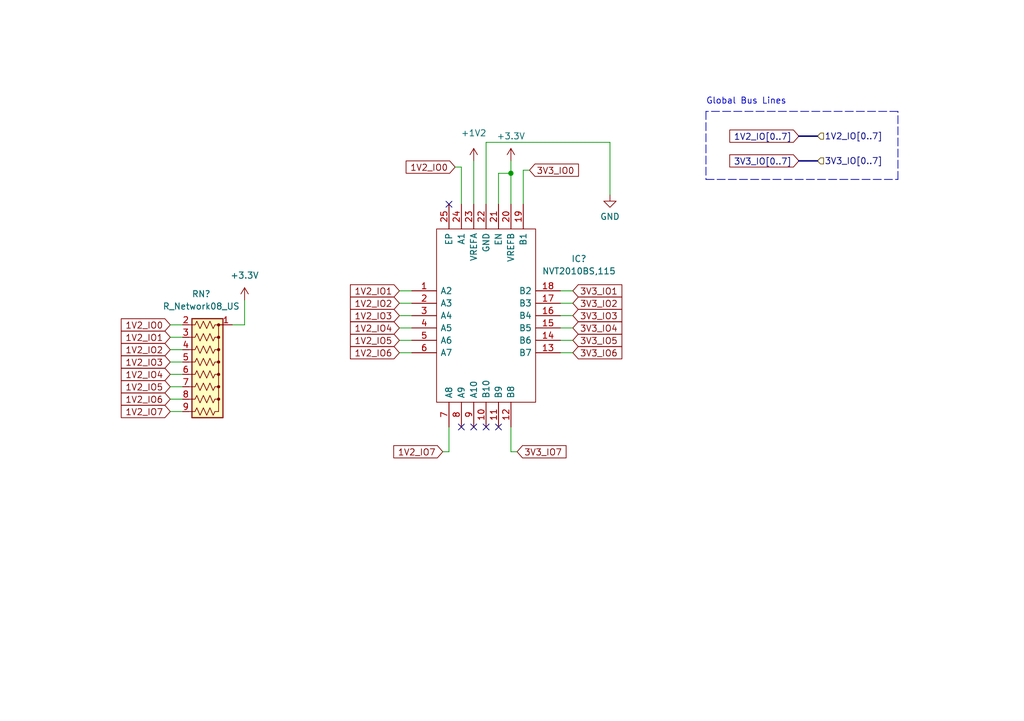
<source format=kicad_sch>
(kicad_sch (version 20211123) (generator eeschema)
  (paper "A5")
  (lib_symbols
    (symbol "Device:R_Network08_US" (pin_names (offset 0) hide)
      (property "Reference" "RN" (at -12.7 0 90))
      (property "Value" "R_Network08_US" (at 10.16 0 90))
      (symbol "R_Network08_US_0_1"
        (rectangle (start -11.43 -3.175) (end 8.89 3.175) (stroke (width 0.254)) (fill (type background)))
        (circle (center -10.16 2.286) (radius 0.254) (fill (type outline)))
        (circle (center -7.62 2.286) (radius 0.254) (fill (type outline)))
        (circle (center -5.08 2.286) (radius 0.254) (fill (type outline)))
        (circle (center -2.54 2.286) (radius 0.254) (fill (type outline)))
        (polyline (pts (xy -10.16 2.286) (xy 7.62 2.286)))
        (polyline (pts (xy -10.16 2.286) (xy -10.16 1.524) (xy -9.398 1.1684) (xy -10.922 0.508) (xy -9.398 -0.1524) (xy -10.922 -0.8382) (xy -9.398 -1.524) (xy -10.922 -2.1844) (xy -10.16 -2.54) (xy -10.16 -3.81)))
        (polyline (pts (xy -7.62 2.286) (xy -7.62 1.524) (xy -6.858 1.1684) (xy -8.382 0.508) (xy -6.858 -0.1524) (xy -8.382 -0.8382) (xy -6.858 -1.524) (xy -8.382 -2.1844) (xy -7.62 -2.54) (xy -7.62 -3.81)))
        (polyline (pts (xy -5.08 2.286) (xy -5.08 1.524) (xy -4.318 1.1684) (xy -5.842 0.508) (xy -4.318 -0.1524) (xy -5.842 -0.8382) (xy -4.318 -1.524) (xy -5.842 -2.1844) (xy -5.08 -2.54) (xy -5.08 -3.81)))
        (polyline (pts (xy -2.54 2.286) (xy -2.54 1.524) (xy -1.778 1.1684) (xy -3.302 0.508) (xy -1.778 -0.1524) (xy -3.302 -0.8382) (xy -1.778 -1.524) (xy -3.302 -2.1844) (xy -2.54 -2.54) (xy -2.54 -3.81)))
        (polyline (pts (xy 0 2.286) (xy 0 1.524) (xy 0.762 1.1684) (xy -0.762 0.508) (xy 0.762 -0.1524) (xy -0.762 -0.8382) (xy 0.762 -1.524) (xy -0.762 -2.1844) (xy 0 -2.54) (xy 0 -3.81)))
        (polyline (pts (xy 2.54 2.286) (xy 2.54 1.524) (xy 3.302 1.1684) (xy 1.778 0.508) (xy 3.302 -0.1524) (xy 1.778 -0.8382) (xy 3.302 -1.524) (xy 1.778 -2.1844) (xy 2.54 -2.54) (xy 2.54 -3.81)))
        (polyline (pts (xy 5.08 2.286) (xy 5.08 1.524) (xy 5.842 1.1684) (xy 4.318 0.508) (xy 5.842 -0.1524) (xy 4.318 -0.8382) (xy 5.842 -1.524) (xy 4.318 -2.1844) (xy 5.08 -2.54) (xy 5.08 -3.81)))
        (polyline (pts (xy 7.62 2.286) (xy 7.62 1.524) (xy 8.382 1.1684) (xy 6.858 0.508) (xy 8.382 -0.1524) (xy 6.858 -0.8382) (xy 8.382 -1.524) (xy 6.858 -2.1844) (xy 7.62 -2.54) (xy 7.62 -3.81)))
        (circle (center 0 2.286) (radius 0.254) (fill (type outline)))
        (circle (center 2.54 2.286) (radius 0.254) (fill (type outline)))
        (circle (center 5.08 2.286) (radius 0.254) (fill (type outline)))
      )
      (symbol "R_Network08_US_1_1"
        (pin passive line (at -10.16 5.08 270) (length 2.54) (name "common") (number "1"))
        (pin passive line (at -10.16 -5.08 90) (length 1.27) (name "R1") (number "2"))
        (pin passive line (at -7.62 -5.08 90) (length 1.27) (name "R2") (number "3"))
        (pin passive line (at -5.08 -5.08 90) (length 1.27) (name "R3") (number "4"))
        (pin passive line (at -2.54 -5.08 90) (length 1.27) (name "R4") (number "5"))
        (pin passive line (at 0 -5.08 90) (length 1.27) (name "R5") (number "6"))
        (pin passive line (at 2.54 -5.08 90) (length 1.27) (name "R6") (number "7"))
        (pin passive line (at 5.08 -5.08 90) (length 1.27) (name "R7") (number "8"))
        (pin passive line (at 7.62 -5.08 90) (length 1.27) (name "R8") (number "9"))
      )
    )
    (symbol "Logic_LevelTranslator:NVT2010BS,115" (pin_names (offset 0.762))
      (property "Reference" "IC" (at 26.67 17.78 0))
      (property "Value" "NVT2010BS,115" (at 26.67 15.24 0))
      (symbol "NVT2010BS,115_0_0"
        (pin passive line (at 0 0 0) (length 5.08) (name "A2") (number "1"))
        (pin passive line (at 15.24 -27.94 90) (length 5.08) (name "B10") (number "10"))
        (pin passive line (at 17.78 -27.94 90) (length 5.08) (name "B9") (number "11"))
        (pin passive line (at 20.32 -27.94 90) (length 5.08) (name "B8") (number "12"))
        (pin passive line (at 30.48 -12.7 180) (length 5.08) (name "B7") (number "13"))
        (pin passive line (at 30.48 -10.16 180) (length 5.08) (name "B6") (number "14"))
        (pin passive line (at 30.48 -7.62 180) (length 5.08) (name "B5") (number "15"))
        (pin passive line (at 30.48 -5.08 180) (length 5.08) (name "B4") (number "16"))
        (pin passive line (at 30.48 -2.54 180) (length 5.08) (name "B3") (number "17"))
        (pin passive line (at 30.48 0 180) (length 5.08) (name "B2") (number "18"))
        (pin passive line (at 22.86 17.78 270) (length 5.08) (name "B1") (number "19"))
        (pin passive line (at 0 -2.54 0) (length 5.08) (name "A3") (number "2"))
        (pin passive line (at 20.32 17.78 270) (length 5.08) (name "VREFB") (number "20"))
        (pin passive line (at 17.78 17.78 270) (length 5.08) (name "EN") (number "21"))
        (pin passive line (at 15.24 17.78 270) (length 5.08) (name "GND") (number "22"))
        (pin passive line (at 12.7 17.78 270) (length 5.08) (name "VREFA") (number "23"))
        (pin passive line (at 10.16 17.78 270) (length 5.08) (name "A1") (number "24"))
        (pin passive line (at 7.62 17.78 270) (length 5.08) (name "EP") (number "25"))
        (pin passive line (at 0 -5.08 0) (length 5.08) (name "A4") (number "3"))
        (pin passive line (at 0 -7.62 0) (length 5.08) (name "A5") (number "4"))
        (pin passive line (at 0 -10.16 0) (length 5.08) (name "A6") (number "5"))
        (pin passive line (at 0 -12.7 0) (length 5.08) (name "A7") (number "6"))
        (pin passive line (at 7.62 -27.94 90) (length 5.08) (name "A8") (number "7"))
        (pin passive line (at 10.16 -27.94 90) (length 5.08) (name "A9") (number "8"))
        (pin passive line (at 12.7 -27.94 90) (length 5.08) (name "A10") (number "9"))
      )
      (symbol "NVT2010BS,115_0_1"
        (polyline (pts (xy 5.08 12.7) (xy 25.4 12.7) (xy 25.4 -22.86) (xy 5.08 -22.86) (xy 5.08 12.7)) (stroke (width 0.1524)))
      )
    )
    (symbol "power:+1V2" (power) (pin_names (offset 0))
      (property "Value" "+1V2" (at 0 3.556 0))
      (symbol "+1V2_0_1"
        (polyline (pts (xy -0.762 1.27) (xy 0 2.54)))
        (polyline (pts (xy 0 0) (xy 0 2.54)))
        (polyline (pts (xy 0 2.54) (xy 0.762 1.27)))
      )
      (symbol "+1V2_1_1"
        (pin power_in line (at 0 0 90) (length 0) hide (name "+1V2") (number "1"))
      )
    )
    (symbol "power:+3.3V" (power) (pin_names (offset 0))
      (property "Value" "+3.3V" (at 0 3.556 0))
      (symbol "+3.3V_0_1"
        (polyline (pts (xy -0.762 1.27) (xy 0 2.54)))
        (polyline (pts (xy 0 0) (xy 0 2.54)))
        (polyline (pts (xy 0 2.54) (xy 0.762 1.27)))
      )
      (symbol "+3.3V_1_1"
        (pin power_in line (at 0 0 90) (length 0) hide (name "+3.3V") (number "1"))
      )
    )
    (symbol "power:GND" (power) (pin_names (offset 0))
      (property "Value" "GND" (at 0 -3.81 0))
      (symbol "GND_0_1"
        (polyline (pts (xy 0 0) (xy 0 -1.27) (xy 1.27 -1.27) (xy 0 -2.54) (xy -1.27 -1.27) (xy 0 -1.27)))
      )
      (symbol "GND_1_1"
        (pin power_in line (at 0 0 270) (length 0) hide (name "GND") (number "1"))
      )
    )
  )
  (junction (at 104.775 35.56))
  (no_connect (at 102.235 87.63))
  (no_connect (at 94.615 87.63))
  (no_connect (at 97.155 87.63))
  (no_connect (at 99.695 87.63))
  (no_connect (at 92.075 41.91))
  (wire (pts (xy 106.045 92.71) (xy 104.775 92.71)))
  (wire (pts (xy 81.915 62.23) (xy 84.455 62.23)))
  (wire (pts (xy 34.925 79.375) (xy 37.465 79.375)))
  (wire (pts (xy 81.915 69.85) (xy 84.455 69.85)))
  (polyline (pts (xy 144.78 36.83) (xy 184.15 36.83)))
  (wire (pts (xy 114.935 62.23) (xy 117.475 62.23)))
  (wire (pts (xy 34.925 84.455) (xy 37.465 84.455)))
  (wire (pts (xy 34.925 71.755) (xy 37.465 71.755)))
  (wire (pts (xy 104.775 92.71) (xy 104.775 87.63)))
  (bus (pts (xy 163.83 33.02) (xy 167.64 33.02)))
  (wire (pts (xy 50.165 61.595) (xy 50.165 66.675)))
  (bus (pts (xy 163.83 27.94) (xy 167.64 27.94)))
  (wire (pts (xy 81.915 64.77) (xy 84.455 64.77)))
  (wire (pts (xy 114.935 59.69) (xy 117.475 59.69)))
  (wire (pts (xy 81.915 67.31) (xy 84.455 67.31)))
  (wire (pts (xy 81.915 72.39) (xy 84.455 72.39)))
  (wire (pts (xy 107.315 41.91) (xy 107.315 34.925)))
  (wire (pts (xy 34.925 69.215) (xy 37.465 69.215)))
  (wire (pts (xy 34.925 81.915) (xy 37.465 81.915)))
  (wire (pts (xy 114.935 72.39) (xy 117.475 72.39)))
  (wire (pts (xy 34.925 66.675) (xy 37.465 66.675)))
  (wire (pts (xy 102.235 35.56) (xy 104.775 35.56)))
  (wire (pts (xy 81.915 59.69) (xy 84.455 59.69)))
  (wire (pts (xy 93.345 34.29) (xy 94.615 34.29)))
  (wire (pts (xy 104.775 35.56) (xy 104.775 33.02)))
  (polyline (pts (xy 184.15 36.83) (xy 184.15 22.86)))
  (wire (pts (xy 94.615 34.29) (xy 94.615 41.91)))
  (wire (pts (xy 114.935 67.31) (xy 117.475 67.31)))
  (wire (pts (xy 125.095 29.21) (xy 125.095 40.005)))
  (wire (pts (xy 99.695 41.91) (xy 99.695 29.21)))
  (wire (pts (xy 99.695 29.21) (xy 125.095 29.21)))
  (wire (pts (xy 90.805 92.71) (xy 92.075 92.71)))
  (polyline (pts (xy 144.78 22.86) (xy 144.78 36.83)))
  (wire (pts (xy 34.925 76.835) (xy 37.465 76.835)))
  (wire (pts (xy 102.235 41.91) (xy 102.235 35.56)))
  (wire (pts (xy 34.925 74.295) (xy 37.465 74.295)))
  (polyline (pts (xy 184.15 22.86) (xy 144.78 22.86)))
  (wire (pts (xy 92.075 92.71) (xy 92.075 87.63)))
  (wire (pts (xy 114.935 64.77) (xy 117.475 64.77)))
  (wire (pts (xy 107.315 34.925) (xy 108.585 34.925)))
  (wire (pts (xy 114.935 69.85) (xy 117.475 69.85)))
  (wire (pts (xy 47.625 66.675) (xy 50.165 66.675)))
  (wire (pts (xy 97.155 33.02) (xy 97.155 41.91)))
  (wire (pts (xy 104.775 35.56) (xy 104.775 41.91)))
  (text "Global Bus Lines" (at 144.78 21.59 0) (effects (font (size 1.27 1.27)) (justify left bottom)))
  (global_label "1V2_IO0" (shape input) (at 34.925 66.675 180) (property "Intersheet References" "${INTERSHEET_REFS}" (effects hide)))
  (global_label "3V3_IO1" (shape input) (at 117.475 59.69 0) (property "Intersheet References" "${INTERSHEET_REFS}" (effects hide)))
  (global_label "1V2_IO7" (shape input) (at 90.805 92.71 180) (property "Intersheet References" "${INTERSHEET_REFS}" (effects hide)))
  (global_label "3V3_IO3" (shape input) (at 117.475 64.77 0) (property "Intersheet References" "${INTERSHEET_REFS}" (effects hide)))
  (global_label "1V2_IO1" (shape input) (at 34.925 69.215 180) (property "Intersheet References" "${INTERSHEET_REFS}" (effects hide)))
  (global_label "1V2_IO3" (shape input) (at 34.925 74.295 180) (property "Intersheet References" "${INTERSHEET_REFS}" (effects hide)))
  (global_label "1V2_IO2" (shape input) (at 34.925 71.755 180) (property "Intersheet References" "${INTERSHEET_REFS}" (effects hide)))
  (global_label "1V2_IO6" (shape input) (at 81.915 72.39 180) (property "Intersheet References" "${INTERSHEET_REFS}" (effects hide)))
  (global_label "3V3_IO0" (shape input) (at 108.585 34.925 0) (property "Intersheet References" "${INTERSHEET_REFS}" (effects hide)))
  (global_label "1V2_IO0" (shape input) (at 93.345 34.29 180) (property "Intersheet References" "${INTERSHEET_REFS}" (effects hide)))
  (global_label "1V2_IO1" (shape input) (at 81.915 59.69 180) (property "Intersheet References" "${INTERSHEET_REFS}" (effects hide)))
  (global_label "1V2_IO3" (shape input) (at 81.915 64.77 180) (property "Intersheet References" "${INTERSHEET_REFS}" (effects hide)))
  (global_label "1V2_IO7" (shape input) (at 34.925 84.455 180) (property "Intersheet References" "${INTERSHEET_REFS}" (effects hide)))
  (global_label "3V3_IO2" (shape input) (at 117.475 62.23 0) (property "Intersheet References" "${INTERSHEET_REFS}" (effects hide)))
  (global_label "1V2_IO5" (shape input) (at 81.915 69.85 180) (property "Intersheet References" "${INTERSHEET_REFS}" (effects hide)))
  (global_label "3V3_IO4" (shape input) (at 117.475 67.31 0) (property "Intersheet References" "${INTERSHEET_REFS}" (effects hide)))
  (global_label "1V2_IO2" (shape input) (at 81.915 62.23 180) (property "Intersheet References" "${INTERSHEET_REFS}" (effects hide)))
  (global_label "3V3_IO[0..7]" (shape input) (at 163.83 33.02 180) (property "Sayfalar Arası Referanslar" "${INTERSHEET_REFS}" (effects hide)))
  (global_label "1V2_IO4" (shape input) (at 81.915 67.31 180) (property "Intersheet References" "${INTERSHEET_REFS}" (effects hide)))
  (global_label "1V2_IO5" (shape input) (at 34.925 79.375 180) (property "Intersheet References" "${INTERSHEET_REFS}" (effects hide)))
  (global_label "3V3_IO6" (shape input) (at 117.475 72.39 0) (property "Intersheet References" "${INTERSHEET_REFS}" (effects hide)))
  (global_label "3V3_IO5" (shape input) (at 117.475 69.85 0) (property "Intersheet References" "${INTERSHEET_REFS}" (effects hide)))
  (global_label "1V2_IO6" (shape input) (at 34.925 81.915 180) (property "Intersheet References" "${INTERSHEET_REFS}" (effects hide)))
  (global_label "1V2_IO[0..7]" (shape input) (at 163.83 27.94 180) (property "Sayfalar Arası Referanslar" "${INTERSHEET_REFS}" (effects hide)))
  (global_label "3V3_IO7" (shape input) (at 106.045 92.71 0) (property "Intersheet References" "${INTERSHEET_REFS}" (effects hide)))
  (global_label "1V2_IO4" (shape input) (at 34.925 76.835 180) (property "Intersheet References" "${INTERSHEET_REFS}" (effects hide)))
  (hierarchical_label "1V2_IO[0..7]" (shape input) (at 167.64 27.94 0))
  (hierarchical_label "3V3_IO[0..7]" (shape input) (at 167.64 33.02 0))
  (symbol (lib_id "power:+3.3V") (at 50.165 61.595 0) (unit 1)
    (property "Reference" "#PWR?" (effects hide))
    (property "Value" "+3.3V" (at 50.165 56.515 0))
  )
  (symbol (lib_id "power:+3.3V") (at 104.775 33.02 0) (unit 1)
    (property "Reference" "#PWR?" (effects hide))
    (property "Value" "+3.3V" (at 104.775 27.94 0))
  )
  (symbol (lib_id "Device:R_Network08_US") (at 42.545 76.835 270) (unit 1)
    (property "Reference" "RN?" (at 41.275 60.325 90))
    (property "Value" "R_Network08_US" (at 41.275 62.865 90))
    (property "Footprint" "Resistor_THT:R_Array_SIP9" (effects hide))
    (property "Datasheet" "http://www.vishay.com/docs/31509/csc.pdf" (effects hide))
  )
  (symbol (lib_id "power:GND") (at 125.095 40.005 0) (unit 1)
    (property "Reference" "#PWR?" (effects hide))
    (property "Value" "GND" (at 125.095 44.45 0))
  )
  (symbol (lib_id "Logic_LevelTranslator:NVT2010BS,115") (at 84.455 59.69 0) (unit 1)
    (property "Reference" "IC?" (at 118.745 53.1112 0))
    (property "Value" "NVT2010BS,115" (at 118.745 55.6512 0))
    (property "Footprint" "QFN50P400X400X100-25N-D" (effects hide))
    (property "Datasheet" "http://www.nxp.com/docs/en/data-sheet/NVT2008_NVT2010.pdf" (effects hide))
    (property "Description" "Translation - Voltage Levels +/-50mA 1.5ns 1-5.5V" (effects hide))
    (property "Height" "1" (effects hide))
    (property "Mouser Part Number" "771-NVT2010BS115" (effects hide))
    (property "Mouser Price/Stock" "https://www.mouser.co.uk/ProductDetail/NXP-Semiconductors/NVT2010BS115?qs=5XzWkq3%2FTOork%252BWw5zPbvw%3D%3D" (effects hide))
    (property "Manufacturer_Name" "NXP" (effects hide))
    (property "Manufacturer_Part_Number" "NVT2010BS,115" (effects hide))
  )
  (symbol (lib_id "power:+1V2") (at 97.155 33.02 0) (unit 1)
    (property "Reference" "#PWR?" (effects hide))
    (property "Value" "+1V2" (at 97.155 27.305 0))
  )
)
</source>
